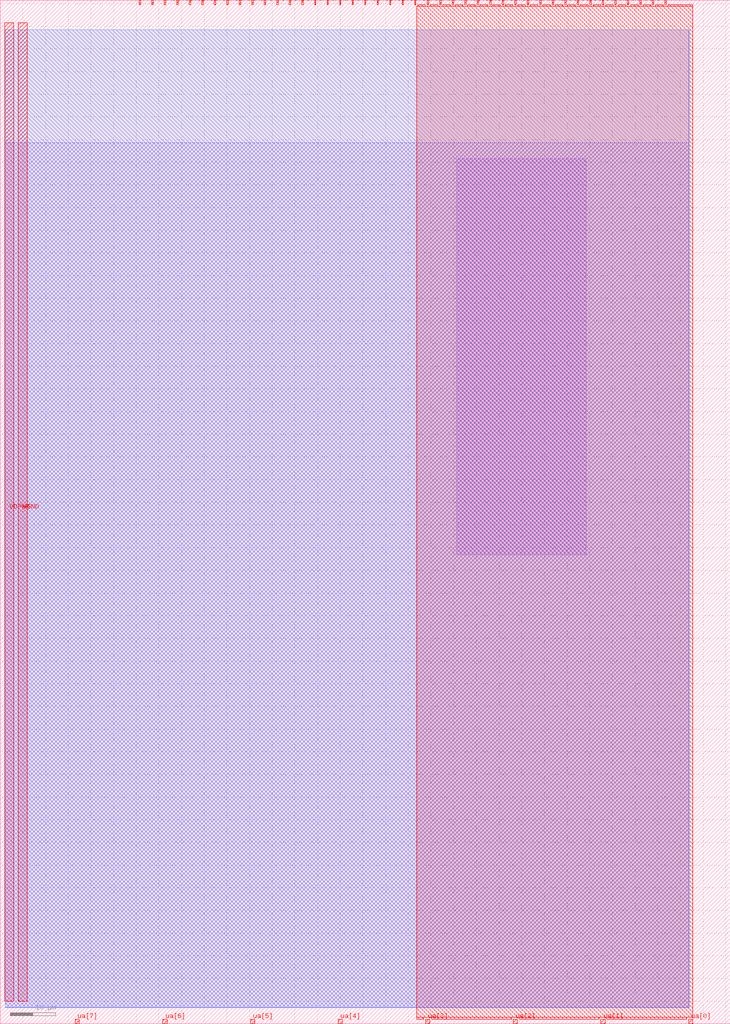
<source format=lef>
VERSION 5.7 ;
  NOWIREEXTENSIONATPIN ON ;
  DIVIDERCHAR "/" ;
  BUSBITCHARS "[]" ;
MACRO tt_um_hugodg_temp_sensor
  CLASS BLOCK ;
  FOREIGN tt_um_hugodg_temp_sensor ;
  ORIGIN 0.000 0.000 ;
  SIZE 161.000 BY 225.760 ;
  PIN clk
    DIRECTION INPUT ;
    USE SIGNAL ;
    ANTENNAGATEAREA 0.159000 ;
    PORT
      LAYER met4 ;
        RECT 143.830 224.760 144.130 225.760 ;
    END
  END clk
  PIN ena
    DIRECTION INPUT ;
    USE SIGNAL ;
    PORT
      LAYER met4 ;
        RECT 146.590 224.760 146.890 225.760 ;
    END
  END ena
  PIN rst_n
    DIRECTION INPUT ;
    USE SIGNAL ;
    PORT
      LAYER met4 ;
        RECT 141.070 224.760 141.370 225.760 ;
    END
  END rst_n
  PIN ua[0]
    DIRECTION INOUT ;
    USE SIGNAL ;
    ANTENNAGATEAREA 8.000000 ;
    ANTENNADIFFAREA 49.667625 ;
    PORT
      LAYER met4 ;
        RECT 151.810 0.000 152.710 1.000 ;
    END
  END ua[0]
  PIN ua[1]
    DIRECTION INOUT ;
    USE SIGNAL ;
    ANTENNAGATEAREA 30.224998 ;
    ANTENNADIFFAREA 18.850000 ;
    PORT
      LAYER met4 ;
        RECT 132.490 0.000 133.390 1.000 ;
    END
  END ua[1]
  PIN ua[2]
    DIRECTION INOUT ;
    USE SIGNAL ;
    ANTENNAGATEAREA 3.000000 ;
    ANTENNADIFFAREA 0.580000 ;
    PORT
      LAYER met4 ;
        RECT 113.170 0.000 114.070 1.000 ;
    END
  END ua[2]
  PIN ua[3]
    DIRECTION INOUT ;
    USE SIGNAL ;
    ANTENNAGATEAREA 4.225000 ;
    ANTENNADIFFAREA 12.156000 ;
    PORT
      LAYER met4 ;
        RECT 93.850 0.000 94.750 1.000 ;
    END
  END ua[3]
  PIN ua[4]
    DIRECTION INOUT ;
    USE SIGNAL ;
    PORT
      LAYER met4 ;
        RECT 74.530 0.000 75.430 1.000 ;
    END
  END ua[4]
  PIN ua[5]
    DIRECTION INOUT ;
    USE SIGNAL ;
    PORT
      LAYER met4 ;
        RECT 55.210 0.000 56.110 1.000 ;
    END
  END ua[5]
  PIN ua[6]
    DIRECTION INOUT ;
    USE SIGNAL ;
    PORT
      LAYER met4 ;
        RECT 35.890 0.000 36.790 1.000 ;
    END
  END ua[6]
  PIN ua[7]
    DIRECTION INOUT ;
    USE SIGNAL ;
    PORT
      LAYER met4 ;
        RECT 16.570 0.000 17.470 1.000 ;
    END
  END ua[7]
  PIN ui_in[0]
    DIRECTION INPUT ;
    USE SIGNAL ;
    PORT
      LAYER met4 ;
        RECT 138.310 224.760 138.610 225.760 ;
    END
  END ui_in[0]
  PIN ui_in[1]
    DIRECTION INPUT ;
    USE SIGNAL ;
    PORT
      LAYER met4 ;
        RECT 135.550 224.760 135.850 225.760 ;
    END
  END ui_in[1]
  PIN ui_in[2]
    DIRECTION INPUT ;
    USE SIGNAL ;
    PORT
      LAYER met4 ;
        RECT 132.790 224.760 133.090 225.760 ;
    END
  END ui_in[2]
  PIN ui_in[3]
    DIRECTION INPUT ;
    USE SIGNAL ;
    PORT
      LAYER met4 ;
        RECT 130.030 224.760 130.330 225.760 ;
    END
  END ui_in[3]
  PIN ui_in[4]
    DIRECTION INPUT ;
    USE SIGNAL ;
    PORT
      LAYER met4 ;
        RECT 127.270 224.760 127.570 225.760 ;
    END
  END ui_in[4]
  PIN ui_in[5]
    DIRECTION INPUT ;
    USE SIGNAL ;
    PORT
      LAYER met4 ;
        RECT 124.510 224.760 124.810 225.760 ;
    END
  END ui_in[5]
  PIN ui_in[6]
    DIRECTION INPUT ;
    USE SIGNAL ;
    PORT
      LAYER met4 ;
        RECT 121.750 224.760 122.050 225.760 ;
    END
  END ui_in[6]
  PIN ui_in[7]
    DIRECTION INPUT ;
    USE SIGNAL ;
    PORT
      LAYER met4 ;
        RECT 118.990 224.760 119.290 225.760 ;
    END
  END ui_in[7]
  PIN uio_in[0]
    DIRECTION INPUT ;
    USE SIGNAL ;
    PORT
      LAYER met4 ;
        RECT 116.230 224.760 116.530 225.760 ;
    END
  END uio_in[0]
  PIN uio_in[1]
    DIRECTION INPUT ;
    USE SIGNAL ;
    PORT
      LAYER met4 ;
        RECT 113.470 224.760 113.770 225.760 ;
    END
  END uio_in[1]
  PIN uio_in[2]
    DIRECTION INPUT ;
    USE SIGNAL ;
    PORT
      LAYER met4 ;
        RECT 110.710 224.760 111.010 225.760 ;
    END
  END uio_in[2]
  PIN uio_in[3]
    DIRECTION INPUT ;
    USE SIGNAL ;
    PORT
      LAYER met4 ;
        RECT 107.950 224.760 108.250 225.760 ;
    END
  END uio_in[3]
  PIN uio_in[4]
    DIRECTION INPUT ;
    USE SIGNAL ;
    PORT
      LAYER met4 ;
        RECT 105.190 224.760 105.490 225.760 ;
    END
  END uio_in[4]
  PIN uio_in[5]
    DIRECTION INPUT ;
    USE SIGNAL ;
    PORT
      LAYER met4 ;
        RECT 102.430 224.760 102.730 225.760 ;
    END
  END uio_in[5]
  PIN uio_in[6]
    DIRECTION INPUT ;
    USE SIGNAL ;
    PORT
      LAYER met4 ;
        RECT 99.670 224.760 99.970 225.760 ;
    END
  END uio_in[6]
  PIN uio_in[7]
    DIRECTION INPUT ;
    USE SIGNAL ;
    PORT
      LAYER met4 ;
        RECT 96.910 224.760 97.210 225.760 ;
    END
  END uio_in[7]
  PIN uio_oe[0]
    DIRECTION OUTPUT TRISTATE ;
    USE SIGNAL ;
    PORT
      LAYER met4 ;
        RECT 49.990 224.760 50.290 225.760 ;
    END
  END uio_oe[0]
  PIN uio_oe[1]
    DIRECTION OUTPUT TRISTATE ;
    USE SIGNAL ;
    PORT
      LAYER met4 ;
        RECT 47.230 224.760 47.530 225.760 ;
    END
  END uio_oe[1]
  PIN uio_oe[2]
    DIRECTION OUTPUT TRISTATE ;
    USE SIGNAL ;
    PORT
      LAYER met4 ;
        RECT 44.470 224.760 44.770 225.760 ;
    END
  END uio_oe[2]
  PIN uio_oe[3]
    DIRECTION OUTPUT TRISTATE ;
    USE SIGNAL ;
    PORT
      LAYER met4 ;
        RECT 41.710 224.760 42.010 225.760 ;
    END
  END uio_oe[3]
  PIN uio_oe[4]
    DIRECTION OUTPUT TRISTATE ;
    USE SIGNAL ;
    PORT
      LAYER met4 ;
        RECT 38.950 224.760 39.250 225.760 ;
    END
  END uio_oe[4]
  PIN uio_oe[5]
    DIRECTION OUTPUT TRISTATE ;
    USE SIGNAL ;
    PORT
      LAYER met4 ;
        RECT 36.190 224.760 36.490 225.760 ;
    END
  END uio_oe[5]
  PIN uio_oe[6]
    DIRECTION OUTPUT TRISTATE ;
    USE SIGNAL ;
    PORT
      LAYER met4 ;
        RECT 33.430 224.760 33.730 225.760 ;
    END
  END uio_oe[6]
  PIN uio_oe[7]
    DIRECTION OUTPUT TRISTATE ;
    USE SIGNAL ;
    PORT
      LAYER met4 ;
        RECT 30.670 224.760 30.970 225.760 ;
    END
  END uio_oe[7]
  PIN uio_out[0]
    DIRECTION OUTPUT TRISTATE ;
    USE SIGNAL ;
    PORT
      LAYER met4 ;
        RECT 72.070 224.760 72.370 225.760 ;
    END
  END uio_out[0]
  PIN uio_out[1]
    DIRECTION OUTPUT TRISTATE ;
    USE SIGNAL ;
    PORT
      LAYER met4 ;
        RECT 69.310 224.760 69.610 225.760 ;
    END
  END uio_out[1]
  PIN uio_out[2]
    DIRECTION OUTPUT TRISTATE ;
    USE SIGNAL ;
    PORT
      LAYER met4 ;
        RECT 66.550 224.760 66.850 225.760 ;
    END
  END uio_out[2]
  PIN uio_out[3]
    DIRECTION OUTPUT TRISTATE ;
    USE SIGNAL ;
    PORT
      LAYER met4 ;
        RECT 63.790 224.760 64.090 225.760 ;
    END
  END uio_out[3]
  PIN uio_out[4]
    DIRECTION OUTPUT TRISTATE ;
    USE SIGNAL ;
    PORT
      LAYER met4 ;
        RECT 61.030 224.760 61.330 225.760 ;
    END
  END uio_out[4]
  PIN uio_out[5]
    DIRECTION OUTPUT TRISTATE ;
    USE SIGNAL ;
    PORT
      LAYER met4 ;
        RECT 58.270 224.760 58.570 225.760 ;
    END
  END uio_out[5]
  PIN uio_out[6]
    DIRECTION OUTPUT TRISTATE ;
    USE SIGNAL ;
    PORT
      LAYER met4 ;
        RECT 55.510 224.760 55.810 225.760 ;
    END
  END uio_out[6]
  PIN uio_out[7]
    DIRECTION OUTPUT TRISTATE ;
    USE SIGNAL ;
    PORT
      LAYER met4 ;
        RECT 52.750 224.760 53.050 225.760 ;
    END
  END uio_out[7]
  PIN uo_out[0]
    DIRECTION OUTPUT TRISTATE ;
    USE SIGNAL ;
    ANTENNADIFFAREA 0.429000 ;
    PORT
      LAYER met4 ;
        RECT 94.150 224.760 94.450 225.760 ;
    END
  END uo_out[0]
  PIN uo_out[1]
    DIRECTION OUTPUT TRISTATE ;
    USE SIGNAL ;
    PORT
      LAYER met4 ;
        RECT 91.390 224.760 91.690 225.760 ;
    END
  END uo_out[1]
  PIN uo_out[2]
    DIRECTION OUTPUT TRISTATE ;
    USE SIGNAL ;
    PORT
      LAYER met4 ;
        RECT 88.630 224.760 88.930 225.760 ;
    END
  END uo_out[2]
  PIN uo_out[3]
    DIRECTION OUTPUT TRISTATE ;
    USE SIGNAL ;
    PORT
      LAYER met4 ;
        RECT 85.870 224.760 86.170 225.760 ;
    END
  END uo_out[3]
  PIN uo_out[4]
    DIRECTION OUTPUT TRISTATE ;
    USE SIGNAL ;
    PORT
      LAYER met4 ;
        RECT 83.110 224.760 83.410 225.760 ;
    END
  END uo_out[4]
  PIN uo_out[5]
    DIRECTION OUTPUT TRISTATE ;
    USE SIGNAL ;
    PORT
      LAYER met4 ;
        RECT 80.350 224.760 80.650 225.760 ;
    END
  END uo_out[5]
  PIN uo_out[6]
    DIRECTION OUTPUT TRISTATE ;
    USE SIGNAL ;
    PORT
      LAYER met4 ;
        RECT 77.590 224.760 77.890 225.760 ;
    END
  END uo_out[6]
  PIN uo_out[7]
    DIRECTION OUTPUT TRISTATE ;
    USE SIGNAL ;
    PORT
      LAYER met4 ;
        RECT 74.830 224.760 75.130 225.760 ;
    END
  END uo_out[7]
  PIN VDPWR
    DIRECTION INOUT ;
    USE POWER ;
    PORT
      LAYER met4 ;
        RECT 1.000 5.000 3.000 220.760 ;
    END
  END VDPWR
  PIN VGND
    DIRECTION INOUT ;
    USE GROUND ;
    PORT
      LAYER met4 ;
        RECT 4.000 5.000 6.000 220.760 ;
    END
  END VGND
  OBS
      LAYER li1 ;
        RECT 100.680 103.420 129.220 190.820 ;
      LAYER met1 ;
        RECT 1.050 3.600 152.000 194.300 ;
      LAYER met2 ;
        RECT 1.100 3.550 151.900 219.200 ;
      LAYER met3 ;
        RECT 1.050 3.575 151.950 219.200 ;
      LAYER met4 ;
        RECT 92.090 224.360 93.750 224.760 ;
        RECT 94.850 224.360 96.510 224.760 ;
        RECT 97.610 224.360 99.270 224.760 ;
        RECT 100.370 224.360 102.030 224.760 ;
        RECT 103.130 224.360 104.790 224.760 ;
        RECT 105.890 224.360 107.550 224.760 ;
        RECT 108.650 224.360 110.310 224.760 ;
        RECT 111.410 224.360 113.070 224.760 ;
        RECT 114.170 224.360 115.830 224.760 ;
        RECT 116.930 224.360 118.590 224.760 ;
        RECT 119.690 224.360 121.350 224.760 ;
        RECT 122.450 224.360 124.110 224.760 ;
        RECT 125.210 224.360 126.870 224.760 ;
        RECT 127.970 224.360 129.630 224.760 ;
        RECT 130.730 224.360 132.390 224.760 ;
        RECT 133.490 224.360 135.150 224.760 ;
        RECT 136.250 224.360 137.910 224.760 ;
        RECT 139.010 224.360 140.670 224.760 ;
        RECT 141.770 224.360 143.430 224.760 ;
        RECT 144.530 224.360 146.190 224.760 ;
        RECT 147.290 224.360 152.710 224.760 ;
        RECT 91.870 1.400 152.710 224.360 ;
        RECT 91.870 1.000 93.450 1.400 ;
        RECT 95.150 1.000 112.770 1.400 ;
        RECT 114.470 1.000 132.090 1.400 ;
        RECT 133.790 1.000 151.410 1.400 ;
  END
END tt_um_hugodg_temp_sensor
END LIBRARY


</source>
